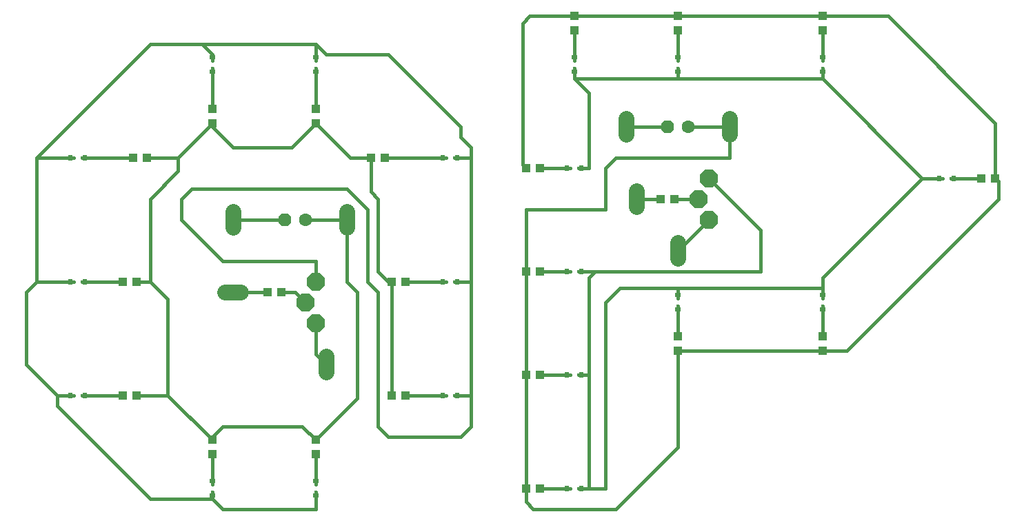
<source format=gbr>
G04 EAGLE Gerber RS-274X export*
G75*
%MOMM*%
%FSLAX34Y34*%
%LPD*%
%INTop Copper*%
%IPPOS*%
%AMOC8*
5,1,8,0,0,1.08239X$1,22.5*%
G01*
%ADD10P,1.732040X8X202.500000*%
%ADD11C,1.600200*%
%ADD12R,0.800000X0.500000*%
%ADD13R,0.350000X0.350000*%
%ADD14R,0.500000X0.800000*%
%ADD15R,1.100000X1.000000*%
%ADD16R,1.000000X1.100000*%
%ADD17C,1.981200*%
%ADD18P,2.336880X8X22.500000*%
%ADD19C,0.406400*%


D10*
X393700Y558800D03*
D11*
X419100Y558800D03*
D12*
X431800Y219850D03*
X431800Y237350D03*
D13*
X431800Y233600D03*
X431800Y223600D03*
D14*
X605650Y342900D03*
X588150Y342900D03*
D13*
X591900Y342900D03*
X601900Y342900D03*
D12*
X304800Y219850D03*
X304800Y237350D03*
D13*
X304800Y233600D03*
X304800Y223600D03*
D14*
X130950Y342900D03*
X148450Y342900D03*
D13*
X144700Y342900D03*
X134700Y342900D03*
D14*
X130950Y482600D03*
X148450Y482600D03*
D13*
X144700Y482600D03*
X134700Y482600D03*
D14*
X130950Y635000D03*
X148450Y635000D03*
D13*
X144700Y635000D03*
X134700Y635000D03*
D12*
X304800Y758050D03*
X304800Y740550D03*
D13*
X304800Y744300D03*
X304800Y754300D03*
D12*
X431800Y758050D03*
X431800Y740550D03*
D13*
X431800Y744300D03*
X431800Y754300D03*
D14*
X605650Y635000D03*
X588150Y635000D03*
D13*
X591900Y635000D03*
X601900Y635000D03*
D14*
X605650Y482600D03*
X588150Y482600D03*
D13*
X591900Y482600D03*
X601900Y482600D03*
D15*
X431800Y270900D03*
X431800Y287900D03*
D16*
X541900Y342900D03*
X524900Y342900D03*
X372500Y469900D03*
X389500Y469900D03*
D15*
X304800Y270900D03*
X304800Y287900D03*
D16*
X194700Y342900D03*
X211700Y342900D03*
X194700Y482600D03*
X211700Y482600D03*
X207400Y635000D03*
X224400Y635000D03*
D15*
X304800Y694300D03*
X304800Y677300D03*
X431800Y694300D03*
X431800Y677300D03*
D16*
X516500Y635000D03*
X499500Y635000D03*
X541900Y482600D03*
X524900Y482600D03*
D17*
X469900Y548894D02*
X469900Y568706D01*
X340106Y469900D02*
X320294Y469900D01*
X444500Y390906D02*
X444500Y371094D01*
X330200Y548894D02*
X330200Y568706D01*
D18*
X431800Y482600D03*
X419100Y457200D03*
X431800Y431800D03*
D14*
X758050Y495300D03*
X740550Y495300D03*
D13*
X744300Y495300D03*
X754300Y495300D03*
D12*
X876300Y465950D03*
X876300Y448450D03*
D13*
X876300Y452200D03*
X876300Y462200D03*
D12*
X1054100Y465950D03*
X1054100Y448450D03*
D13*
X1054100Y452200D03*
X1054100Y462200D03*
D14*
X1197750Y609600D03*
X1215250Y609600D03*
D13*
X1211500Y609600D03*
X1201500Y609600D03*
D12*
X1054100Y740550D03*
X1054100Y758050D03*
D13*
X1054100Y754300D03*
X1054100Y744300D03*
D12*
X876300Y740550D03*
X876300Y758050D03*
D13*
X876300Y754300D03*
X876300Y744300D03*
D12*
X749300Y740550D03*
X749300Y758050D03*
D13*
X749300Y754300D03*
X749300Y744300D03*
D14*
X758050Y622300D03*
X740550Y622300D03*
D13*
X744300Y622300D03*
X754300Y622300D03*
D14*
X758050Y368300D03*
X740550Y368300D03*
D13*
X744300Y368300D03*
X754300Y368300D03*
D14*
X758050Y228600D03*
X740550Y228600D03*
D13*
X744300Y228600D03*
X754300Y228600D03*
D16*
X707000Y495300D03*
X690000Y495300D03*
D15*
X876300Y414900D03*
X876300Y397900D03*
X1054100Y414900D03*
X1054100Y397900D03*
D16*
X1248800Y609600D03*
X1265800Y609600D03*
D15*
X1054100Y791600D03*
X1054100Y808600D03*
X876300Y791600D03*
X876300Y808600D03*
X749300Y791600D03*
X749300Y808600D03*
D16*
X707000Y622300D03*
X690000Y622300D03*
X707000Y368300D03*
X690000Y368300D03*
X707000Y228600D03*
X690000Y228600D03*
D10*
X863600Y673100D03*
D11*
X889000Y673100D03*
D16*
X855100Y584200D03*
X872100Y584200D03*
D17*
X939800Y663194D02*
X939800Y683006D01*
X825500Y594106D02*
X825500Y574294D01*
X876300Y530606D02*
X876300Y510794D01*
X812800Y663194D02*
X812800Y683006D01*
D18*
X914400Y609600D03*
X901700Y584200D03*
X914400Y558800D03*
D19*
X372500Y469900D02*
X330200Y469900D01*
X825500Y584200D02*
X855100Y584200D01*
X406400Y469900D02*
X389500Y469900D01*
X406400Y469900D02*
X419100Y457200D01*
X393700Y558800D02*
X330200Y558800D01*
X431800Y393700D02*
X444500Y381000D01*
X431800Y393700D02*
X431800Y431800D01*
X876300Y520700D02*
X914400Y558800D01*
X863600Y673100D02*
X812800Y673100D01*
X431800Y223600D02*
X431800Y203200D01*
X317500Y203200D01*
X304800Y215900D01*
X304800Y223600D01*
X304800Y215900D02*
X228600Y215900D01*
X114300Y330200D01*
X114300Y342900D01*
X134700Y342900D01*
X134700Y482600D02*
X88900Y482600D01*
X76200Y469900D01*
X76200Y381000D01*
X114300Y342900D01*
X304800Y762000D02*
X292100Y774700D01*
X304800Y762000D02*
X304800Y754300D01*
X292100Y774700D02*
X431800Y774700D01*
X444500Y762000D01*
X431800Y754300D02*
X431800Y774700D01*
X444500Y762000D02*
X520700Y762000D01*
X609600Y673100D01*
X609600Y660400D01*
X622300Y482600D02*
X622300Y342900D01*
X622300Y304800D01*
X609600Y292100D01*
X520700Y292100D02*
X508000Y304800D01*
X508000Y469900D01*
X495300Y482600D01*
X495300Y571500D01*
X469900Y596900D01*
X279400Y596900D01*
X266700Y584200D01*
X266700Y558800D01*
X431800Y508000D02*
X431800Y482600D01*
X520700Y292100D02*
X609600Y292100D01*
X317500Y508000D02*
X266700Y558800D01*
X317500Y508000D02*
X431800Y508000D01*
X609600Y660400D02*
X622300Y647700D01*
X622300Y635000D01*
X601900Y635000D01*
X622300Y635000D02*
X622300Y482600D01*
X601900Y482600D01*
X601900Y342900D02*
X622300Y342900D01*
X88900Y482600D02*
X88900Y635000D01*
X134700Y635000D01*
X88900Y635000D02*
X228600Y774700D01*
X292100Y774700D01*
X482600Y338700D02*
X431800Y287900D01*
X419100Y558800D02*
X469900Y558800D01*
X482600Y469900D02*
X482600Y338700D01*
X482600Y469900D02*
X469900Y482600D01*
X304800Y292100D02*
X304800Y287900D01*
X304800Y292100D02*
X317500Y304800D01*
X414900Y304800D02*
X431800Y287900D01*
X414900Y304800D02*
X317500Y304800D01*
X304800Y287900D02*
X249800Y342900D01*
X211700Y342900D01*
X249800Y342900D02*
X249800Y461400D01*
X228600Y482600D01*
X211700Y482600D01*
X228600Y482600D02*
X228600Y584200D01*
X402200Y647700D02*
X431800Y677300D01*
X304800Y677300D02*
X262500Y635000D01*
X224400Y635000D01*
X262500Y635000D02*
X262500Y618100D01*
X228600Y584200D01*
X330200Y647700D02*
X402200Y647700D01*
X330200Y647700D02*
X304800Y673100D01*
X304800Y677300D01*
X431800Y677300D02*
X474100Y635000D01*
X499500Y635000D01*
X499500Y592700D01*
X508000Y584200D01*
X508000Y495300D01*
X520700Y482600D01*
X524900Y482600D01*
X524900Y342900D01*
X469900Y482600D02*
X469900Y558800D01*
X889000Y673100D02*
X939800Y673100D01*
X690000Y571500D02*
X690000Y495300D01*
X690000Y368300D01*
X690000Y228600D01*
X690000Y622300D02*
X685800Y626500D01*
X685800Y800100D01*
X694300Y808600D01*
X749300Y808600D01*
X876300Y808600D01*
X1054100Y808600D01*
X1134500Y808600D01*
X1265800Y677300D02*
X1265800Y609600D01*
X1265800Y677300D02*
X1134500Y808600D01*
X1083700Y397900D02*
X1054100Y397900D01*
X1083700Y397900D02*
X1270000Y584200D01*
X1270000Y605400D01*
X1265800Y609600D01*
X1054100Y397900D02*
X876300Y397900D01*
X939800Y635000D02*
X939800Y673100D01*
X690000Y228600D02*
X690000Y211700D01*
X698500Y203200D01*
X690000Y571500D02*
X787400Y571500D01*
X787400Y622300D01*
X800100Y635000D01*
X939800Y635000D01*
X876300Y397900D02*
X876300Y279400D01*
X800100Y203200D02*
X698500Y203200D01*
X800100Y203200D02*
X876300Y279400D01*
X431800Y270900D02*
X431800Y233600D01*
X304800Y233600D02*
X304800Y270900D01*
X194700Y342900D02*
X144700Y342900D01*
X144700Y482600D02*
X194700Y482600D01*
X207400Y635000D02*
X144700Y635000D01*
X304800Y694300D02*
X304800Y744300D01*
X431800Y744300D02*
X431800Y694300D01*
X541900Y342900D02*
X591900Y342900D01*
X591900Y482600D02*
X541900Y482600D01*
X516500Y635000D02*
X591900Y635000D01*
X872100Y584200D02*
X901700Y584200D01*
X876300Y474900D02*
X876300Y462200D01*
X876300Y474900D02*
X1054100Y474900D01*
X1054100Y462200D01*
X1054100Y487600D02*
X1176100Y609600D01*
X1054100Y487600D02*
X1054100Y462200D01*
X1176100Y609600D02*
X1201500Y609600D01*
X1176100Y609600D02*
X1054100Y731600D01*
X876300Y731600D02*
X876300Y744300D01*
X876300Y731600D02*
X1054100Y731600D01*
X1054100Y744300D01*
X876300Y731600D02*
X749300Y731600D01*
X749300Y744300D01*
X749300Y731600D02*
X767000Y713900D01*
X767000Y622300D01*
X754300Y622300D01*
X754300Y368300D02*
X767000Y368300D01*
X767000Y228600D01*
X754300Y228600D01*
X767000Y228600D02*
X787400Y228600D01*
X787400Y457200D01*
X805100Y474900D01*
X876300Y474900D01*
X977900Y495300D02*
X977900Y546100D01*
X914400Y609600D01*
X774700Y495300D02*
X754300Y495300D01*
X774700Y495300D02*
X977900Y495300D01*
X774700Y495300D02*
X767000Y487600D01*
X767000Y368300D01*
X744300Y495300D02*
X707000Y495300D01*
X876300Y452200D02*
X876300Y414900D01*
X1054100Y414900D02*
X1054100Y452200D01*
X1211500Y609600D02*
X1248800Y609600D01*
X1054100Y754300D02*
X1054100Y791600D01*
X876300Y791600D02*
X876300Y754300D01*
X749300Y754300D02*
X749300Y791600D01*
X744300Y228600D02*
X707000Y228600D01*
X707000Y368300D02*
X744300Y368300D01*
X744300Y622300D02*
X707000Y622300D01*
M02*

</source>
